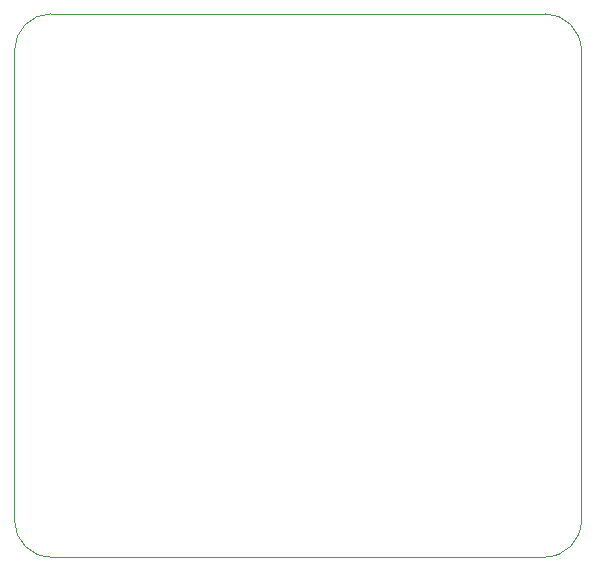
<source format=gm1>
G04 #@! TF.GenerationSoftware,KiCad,Pcbnew,6.0.11*
G04 #@! TF.CreationDate,2026-01-28T19:54:40+03:00*
G04 #@! TF.ProjectId,rns-gate,726e732d-6761-4746-952e-6b696361645f,rev?*
G04 #@! TF.SameCoordinates,Original*
G04 #@! TF.FileFunction,Profile,NP*
%FSLAX46Y46*%
G04 Gerber Fmt 4.6, Leading zero omitted, Abs format (unit mm)*
G04 Created by KiCad (PCBNEW 6.0.11) date 2026-01-28 19:54:40*
%MOMM*%
%LPD*%
G01*
G04 APERTURE LIST*
G04 #@! TA.AperFunction,Profile*
%ADD10C,0.050000*%
G04 #@! TD*
G04 APERTURE END LIST*
D10*
X206800000Y-96810000D02*
G75*
G03*
X209900000Y-93710000I0J3100000D01*
G01*
X165000000Y-96810000D02*
X206800000Y-96810000D01*
X161900000Y-93710000D02*
G75*
G03*
X165000000Y-96810000I3100000J0D01*
G01*
X165000000Y-50810000D02*
G75*
G03*
X161900000Y-53910000I0J-3100000D01*
G01*
X161900000Y-53910000D02*
X161900000Y-93710000D01*
X209900000Y-53910000D02*
X209900000Y-55268000D01*
X165000000Y-50810000D02*
X206800000Y-50810000D01*
X209900000Y-55268000D02*
X209900000Y-92352000D01*
X209900000Y-53910000D02*
G75*
G03*
X206800000Y-50810000I-3100000J0D01*
G01*
X209900000Y-92352000D02*
X209900000Y-93710000D01*
M02*

</source>
